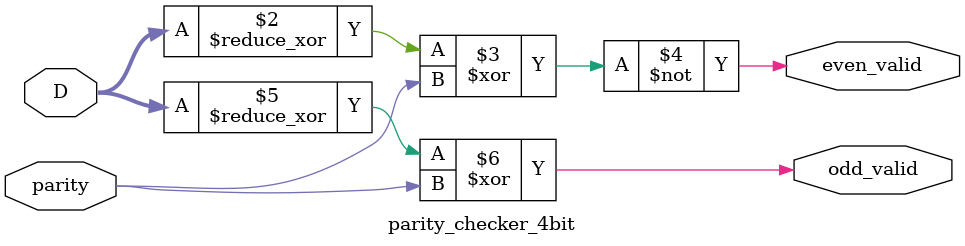
<source format=v>
`timescale 1ns / 1ps


module parity_checker_4bit (
    input [3:0] D,  // 4-bit input data
    input parity,   // Received parity bit
    output reg even_valid, odd_valid);
    always @(*) begin
        even_valid = ~(^D ^ parity); // Even parity check
        odd_valid = (^D ^ parity);   // Odd parity check
    end
endmodule


</source>
